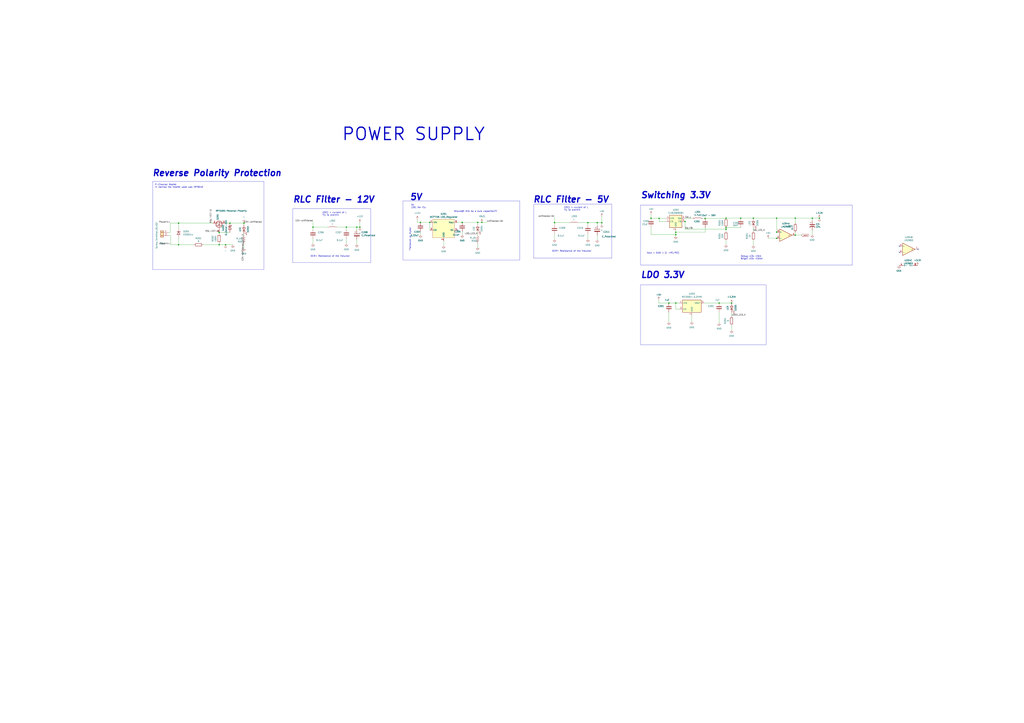
<source format=kicad_sch>
(kicad_sch (version 20230121) (generator eeschema)
  (paper "A1")
  (lib_symbols
    (symbol "Comparator:LM2903" (pin_names (offset 0.127))
      (property "Reference" "U" (at 3.81 3.81 0))
      (property "Value" "LM2903" (at 6.35 -3.81 0))
      (symbol "LM2903_1_1"
        (polyline (pts (xy -5.08 5.08) (xy 5.08 0) (xy -5.08 -5.08) (xy -5.08 5.08)) (stroke (width 0.254)) (fill (type background)))
        (polyline (pts (xy 3.302 -0.508) (xy 2.794 -0.508) (xy 3.302 0) (xy 2.794 0.508) (xy 2.286 0) (xy 2.794 -0.508) (xy 2.286 -0.508)) (stroke (width 0.127)))
        (pin open_collector line (at 7.62 0 180) (length 2.54) (name "~") (number "1"))
        (pin input line (at -7.62 -2.54 0) (length 2.54) (name "-") (number "2"))
        (pin input line (at -7.62 2.54 0) (length 2.54) (name "+") (number "3"))
      )
      (symbol "LM2903_2_1"
        (polyline (pts (xy -5.08 5.08) (xy 5.08 0) (xy -5.08 -5.08) (xy -5.08 5.08)) (stroke (width 0.254)) (fill (type background)))
        (polyline (pts (xy 3.302 -0.508) (xy 2.794 -0.508) (xy 3.302 0) (xy 2.794 0.508) (xy 2.286 0) (xy 2.794 -0.508) (xy 2.286 -0.508)) (stroke (width 0.127)))
        (pin input line (at -7.62 2.54 0) (length 2.54) (name "+") (number "5"))
        (pin input line (at -7.62 -2.54 0) (length 2.54) (name "-") (number "6"))
        (pin open_collector line (at 7.62 0 180) (length 2.54) (name "~") (number "7"))
      )
      (symbol "LM2903_3_1"
        (pin power_in line (at -2.54 -7.62 90) (length 3.81) (name "V-") (number "4"))
        (pin power_in line (at -2.54 7.62 270) (length 3.81) (name "V+") (number "8"))
      )
    )
    (symbol "Connector:Screw_Terminal_01x02" (pin_names (offset 1.016) hide)
      (property "Reference" "J" (at 0 2.54 0))
      (property "Value" "Screw_Terminal_01x02" (at 0 -5.08 0))
      (symbol "Screw_Terminal_01x02_1_1"
        (rectangle (start -1.27 1.27) (end 1.27 -3.81) (stroke (width 0.254)) (fill (type background)))
        (circle (center 0 -2.54) (radius 0.635) (stroke (width 0.1524)))
        (polyline (pts (xy -0.5334 -2.2098) (xy 0.3302 -3.048)) (stroke (width 0.1524)))
        (polyline (pts (xy -0.5334 0.3302) (xy 0.3302 -0.508)) (stroke (width 0.1524)))
        (polyline (pts (xy -0.3556 -2.032) (xy 0.508 -2.8702)) (stroke (width 0.1524)))
        (polyline (pts (xy -0.3556 0.508) (xy 0.508 -0.3302)) (stroke (width 0.1524)))
        (circle (center 0 0) (radius 0.635) (stroke (width 0.1524)))
        (pin passive line (at -5.08 0 0) (length 3.81) (name "Pin_1") (number "1"))
        (pin passive line (at -5.08 -2.54 0) (length 3.81) (name "Pin_2") (number "2"))
      )
    )
    (symbol "Device:C" (pin_numbers hide) (pin_names (offset 0.254))
      (property "Reference" "C" (at 0.635 2.54 0))
      (property "Value" "C" (at 0.635 -2.54 0))
      (symbol "C_0_1"
        (polyline (pts (xy -2.032 -0.762) (xy 2.032 -0.762)) (stroke (width 0.508)))
        (polyline (pts (xy -2.032 0.762) (xy 2.032 0.762)) (stroke (width 0.508)))
      )
      (symbol "C_1_1"
        (pin passive line (at 0 3.81 270) (length 2.794) (name "~") (number "1"))
        (pin passive line (at 0 -3.81 90) (length 2.794) (name "~") (number "2"))
      )
    )
    (symbol "Device:C_Polarized" (pin_numbers hide) (pin_names (offset 0.254))
      (property "Reference" "C" (at 0.635 2.54 0))
      (property "Value" "C_Polarized" (at 0.635 -2.54 0))
      (symbol "C_Polarized_0_1"
        (rectangle (start -2.286 0.508) (end 2.286 1.016))
        (polyline (pts (xy -1.778 2.286) (xy -0.762 2.286)))
        (polyline (pts (xy -1.27 2.794) (xy -1.27 1.778)))
        (rectangle (start 2.286 -0.508) (end -2.286 -1.016) (fill (type outline)))
      )
      (symbol "C_Polarized_1_1"
        (pin passive line (at 0 3.81 270) (length 2.794) (name "~") (number "1"))
        (pin passive line (at 0 -3.81 90) (length 2.794) (name "~") (number "2"))
      )
    )
    (symbol "Device:D_Schottky" (pin_numbers hide) (pin_names (offset 1.016) hide)
      (property "Reference" "D" (at 0 2.54 0))
      (property "Value" "D_Schottky" (at 0 -2.54 0))
      (symbol "D_Schottky_0_1"
        (polyline (pts (xy 1.27 0) (xy -1.27 0)))
        (polyline (pts (xy 1.27 1.27) (xy 1.27 -1.27) (xy -1.27 0) (xy 1.27 1.27)) (stroke (width 0.254)))
        (polyline (pts (xy -1.905 0.635) (xy -1.905 1.27) (xy -1.27 1.27) (xy -1.27 -1.27) (xy -0.635 -1.27) (xy -0.635 -0.635)) (stroke (width 0.254)))
      )
      (symbol "D_Schottky_1_1"
        (pin passive line (at -3.81 0 0) (length 2.54) (name "K") (number "1"))
        (pin passive line (at 3.81 0 180) (length 2.54) (name "A") (number "2"))
      )
    )
    (symbol "Device:L" (pin_numbers hide) (pin_names (offset 1.016) hide)
      (property "Reference" "L" (at -1.27 0 90))
      (property "Value" "L" (at 1.905 0 90))
      (symbol "L_0_1"
        (arc (start 0 -2.54) (mid 0.6323 -1.905) (end 0 -1.27))
        (arc (start 0 -1.27) (mid 0.6323 -0.635) (end 0 0))
        (arc (start 0 0) (mid 0.6323 0.635) (end 0 1.27))
        (arc (start 0 1.27) (mid 0.6323 1.905) (end 0 2.54))
      )
      (symbol "L_1_1"
        (pin passive line (at 0 3.81 270) (length 1.27) (name "1") (number "1"))
        (pin passive line (at 0 -3.81 90) (length 1.27) (name "2") (number "2"))
      )
    )
    (symbol "Device:LED" (pin_numbers hide) (pin_names (offset 1.016) hide)
      (property "Reference" "D" (at 0 2.54 0))
      (property "Value" "LED" (at 0 -2.54 0))
      (symbol "LED_0_1"
        (polyline (pts (xy -1.27 -1.27) (xy -1.27 1.27)) (stroke (width 0.254)))
        (polyline (pts (xy -1.27 0) (xy 1.27 0)))
        (polyline (pts (xy 1.27 -1.27) (xy 1.27 1.27) (xy -1.27 0) (xy 1.27 -1.27)) (stroke (width 0.254)))
        (polyline (pts (xy -3.048 -0.762) (xy -4.572 -2.286) (xy -3.81 -2.286) (xy -4.572 -2.286) (xy -4.572 -1.524)))
        (polyline (pts (xy -1.778 -0.762) (xy -3.302 -2.286) (xy -2.54 -2.286) (xy -3.302 -2.286) (xy -3.302 -1.524)))
      )
      (symbol "LED_1_1"
        (pin passive line (at -3.81 0 0) (length 2.54) (name "K") (number "1"))
        (pin passive line (at 3.81 0 180) (length 2.54) (name "A") (number "2"))
      )
    )
    (symbol "Device:R" (pin_numbers hide) (pin_names (offset 0))
      (property "Reference" "R" (at 2.032 0 90))
      (property "Value" "R" (at 0 0 90))
      (symbol "R_0_1"
        (rectangle (start -1.016 -2.54) (end 1.016 2.54) (stroke (width 0.254)))
      )
      (symbol "R_1_1"
        (pin passive line (at 0 3.81 270) (length 1.27) (name "~") (number "1"))
        (pin passive line (at 0 -3.81 90) (length 1.27) (name "~") (number "2"))
      )
    )
    (symbol "Device:R_US" (pin_numbers hide) (pin_names (offset 0))
      (property "Reference" "R" (at 2.54 0 90))
      (property "Value" "R_US" (at -2.54 0 90))
      (symbol "R_US_0_1"
        (polyline (pts (xy 0 -2.286) (xy 0 -2.54)))
        (polyline (pts (xy 0 2.286) (xy 0 2.54)))
        (polyline (pts (xy 0 -0.762) (xy 1.016 -1.143) (xy 0 -1.524) (xy -1.016 -1.905) (xy 0 -2.286)))
        (polyline (pts (xy 0 0.762) (xy 1.016 0.381) (xy 0 0) (xy -1.016 -0.381) (xy 0 -0.762)))
        (polyline (pts (xy 0 2.286) (xy 1.016 1.905) (xy 0 1.524) (xy -1.016 1.143) (xy 0 0.762)))
      )
      (symbol "R_US_1_1"
        (pin passive line (at 0 3.81 270) (length 1.27) (name "~") (number "1"))
        (pin passive line (at 0 -3.81 90) (length 1.27) (name "~") (number "2"))
      )
    )
    (symbol "Diode:ESD5Zxx" (pin_numbers hide) (pin_names hide)
      (property "Reference" "D" (at 0 2.54 0))
      (property "Value" "ESD5Zxx" (at 0 -2.54 0))
      (symbol "ESD5Zxx_0_1"
        (polyline (pts (xy 1.27 0) (xy -1.27 0)))
        (polyline (pts (xy -1.27 -1.27) (xy -1.27 1.27) (xy -0.762 1.27)) (stroke (width 0.254)))
        (polyline (pts (xy 1.27 -1.27) (xy 1.27 1.27) (xy -1.27 0) (xy 1.27 -1.27)) (stroke (width 0.254)))
      )
      (symbol "ESD5Zxx_1_1"
        (pin passive line (at -3.81 0 0) (length 2.54) (name "K") (number "1"))
        (pin passive line (at 3.81 0 180) (length 2.54) (name "A") (number "2"))
      )
    )
    (symbol "Private Parts:NCP718-LDO_Regulator"
      (property "Reference" "U" (at 0 15.24 0))
      (property "Value" "NCP718-LDO_Regulator" (at 0 12.7 0))
      (symbol "NCP718-LDO_Regulator_0_0"
        (pin power_in line (at -11.43 7.62 0) (length 2.54) (name "Vin") (number "1"))
        (pin passive line (at 0 -7.62 90) (length 2.54) (name "GND") (number "2"))
        (pin input line (at -11.43 1.27 0) (length 2.54) (name "EN") (number "3"))
        (pin unspecified line (at 11.43 1.27 180) (length 2.54) (name "NC") (number "4"))
        (pin power_out line (at 11.43 7.62 180) (length 2.54) (name "Vout") (number "5"))
      )
      (symbol "NCP718-LDO_Regulator_0_1"
        (rectangle (start -8.89 10.16) (end 8.89 -5.08) (fill (type background)))
      )
    )
    (symbol "Regulator_Linear:MIC5504-3.3YM5"
      (property "Reference" "U" (at -7.62 8.89 0))
      (property "Value" "MIC5504-3.3YM5" (at -7.62 6.35 0))
      (symbol "MIC5504-3.3YM5_0_1"
        (rectangle (start -7.62 -5.08) (end 7.62 5.08) (stroke (width 0.254)) (fill (type background)))
      )
      (symbol "MIC5504-3.3YM5_1_1"
        (pin power_in line (at -10.16 2.54 0) (length 2.54) (name "VIN") (number "1"))
        (pin power_in line (at 0 -7.62 90) (length 2.54) (name "GND") (number "2"))
        (pin input line (at -10.16 -2.54 0) (length 2.54) (name "EN") (number "3"))
        (pin no_connect line (at 7.62 -2.54 180) (length 2.54) hide (name "NC") (number "4"))
        (pin power_out line (at 10.16 2.54 180) (length 2.54) (name "VOUT") (number "5"))
      )
    )
    (symbol "Regulator_Switching:TLV62569DBV"
      (property "Reference" "U" (at -5.08 6.35 0))
      (property "Value" "TLV62569DBV" (at 0 6.35 0))
      (symbol "TLV62569DBV_0_1"
        (rectangle (start -5.08 5.08) (end 5.08 -5.08) (stroke (width 0.254)) (fill (type background)))
      )
      (symbol "TLV62569DBV_1_1"
        (pin input line (at -7.62 0 0) (length 2.54) (name "EN") (number "1"))
        (pin power_in line (at 0 -7.62 90) (length 2.54) (name "GND") (number "2"))
        (pin power_out line (at 7.62 2.54 180) (length 2.54) (name "SW") (number "3"))
        (pin power_in line (at -7.62 2.54 0) (length 2.54) (name "VIN") (number "4"))
        (pin input line (at 7.62 0 180) (length 2.54) (name "FB") (number "5"))
      )
    )
    (symbol "ariadne-rescue:IRF5305-Reverse-Polarity-ariadne" (pin_names hide)
      (property "Reference" "Q" (at 3.81 1.905 0))
      (property "Value" "IRF5305-Reverse-Polarity-ariadne" (at 3.81 0 0))
      (symbol "IRF5305-Reverse-Polarity-ariadne_0_1"
        (polyline (pts (xy -1.016 0) (xy -3.81 0)))
        (polyline (pts (xy -1.016 1.905) (xy -1.016 -1.905)) (stroke (width 0.254)))
        (polyline (pts (xy -0.508 -1.27) (xy -0.508 -2.286)) (stroke (width 0.254)))
        (polyline (pts (xy -0.508 0.508) (xy -0.508 -0.508)) (stroke (width 0.254)))
        (polyline (pts (xy -0.508 2.286) (xy -0.508 1.27)) (stroke (width 0.254)))
        (polyline (pts (xy 1.27 2.54) (xy 1.27 1.778)))
        (polyline (pts (xy 1.27 -2.54) (xy 1.27 0) (xy -0.508 0)))
        (polyline (pts (xy -0.508 1.778) (xy 2.032 1.778) (xy 2.032 -1.778) (xy -0.508 -1.778)))
        (polyline (pts (xy 1.016 0) (xy 0 0.381) (xy 0 -0.381) (xy 1.016 0)) (fill (type outline)))
        (polyline (pts (xy 1.524 -0.508) (xy 1.651 -0.381) (xy 2.413 -0.381) (xy 2.54 -0.254)))
        (polyline (pts (xy 2.032 -0.381) (xy 1.651 0.254) (xy 2.413 0.254) (xy 2.032 -0.381)))
        (circle (center 0.381 0) (radius 2.794) (stroke (width 0.254)))
        (circle (center 1.27 -1.778) (radius 0.254) (fill (type outline)))
        (circle (center 1.27 1.778) (radius 0.254) (fill (type outline)))
      )
      (symbol "IRF5305-Reverse-Polarity-ariadne_1_1"
        (pin passive line (at -6.35 0 0) (length 2.54) (name "G") (number "1"))
        (pin output line (at 1.27 5.08 270) (length 2.54) (name "D") (number "2"))
        (pin input line (at 1.27 -5.08 90) (length 2.54) (name "S") (number "3"))
      )
    )
    (symbol "menelaos-v2-rescue:CP1-Device" (pin_numbers hide) (pin_names (offset 0.254) hide)
      (property "Reference" "C" (at 0.635 2.54 0))
      (property "Value" "Device_CP1" (at 0.635 -2.54 0))
      (symbol "CP1-Device_0_1"
        (polyline (pts (xy -2.032 0.762) (xy 2.032 0.762)) (stroke (width 0.508)))
        (polyline (pts (xy -1.778 2.286) (xy -0.762 2.286)))
        (polyline (pts (xy -1.27 1.778) (xy -1.27 2.794)))
        (arc (start 2.032 -1.27) (mid 0 -0.5572) (end -2.032 -1.27) (stroke (width 0.508)))
      )
      (symbol "CP1-Device_1_1"
        (pin passive line (at 0 3.81 270) (length 2.794) (name "~") (number "1"))
        (pin passive line (at 0 -3.81 90) (length 3.302) (name "~") (number "2"))
      )
    )
    (symbol "power:+12V" (power) (pin_names (offset 0))
      (property "Value" "+12V" (at 0 3.556 0))
      (symbol "+12V_0_1"
        (polyline (pts (xy -0.762 1.27) (xy 0 2.54)))
        (polyline (pts (xy 0 0) (xy 0 2.54)))
        (polyline (pts (xy 0 2.54) (xy 0.762 1.27)))
      )
      (symbol "+12V_1_1"
        (pin power_in line (at 0 0 90) (length 0) hide (name "+12V") (number "1"))
      )
    )
    (symbol "power:+3.3V" (power) (pin_names (offset 0))
      (property "Value" "+3.3V" (at 0 3.556 0))
      (symbol "+3.3V_0_1"
        (polyline (pts (xy -0.762 1.27) (xy 0 2.54)))
        (polyline (pts (xy 0 0) (xy 0 2.54)))
        (polyline (pts (xy 0 2.54) (xy 0.762 1.27)))
      )
      (symbol "+3.3V_1_1"
        (pin power_in line (at 0 0 90) (length 0) hide (name "+3.3V") (number "1"))
      )
    )
    (symbol "power:+3.3VA" (power) (pin_names (offset 0))
      (property "Value" "+3.3VA" (at 0 3.556 0))
      (symbol "+3.3VA_0_1"
        (polyline (pts (xy -0.762 1.27) (xy 0 2.54)))
        (polyline (pts (xy 0 0) (xy 0 2.54)))
        (polyline (pts (xy 0 2.54) (xy 0.762 1.27)))
      )
      (symbol "+3.3VA_1_1"
        (pin power_in line (at 0 0 90) (length 0) hide (name "+3.3VA") (number "1"))
      )
    )
    (symbol "power:+5V" (power) (pin_names (offset 0))
      (property "Value" "+5V" (at 0 3.556 0))
      (symbol "+5V_0_1"
        (polyline (pts (xy -0.762 1.27) (xy 0 2.54)))
        (polyline (pts (xy 0 0) (xy 0 2.54)))
        (polyline (pts (xy 0 2.54) (xy 0.762 1.27)))
      )
      (symbol "+5V_1_1"
        (pin power_in line (at 0 0 90) (length 0) hide (name "+5V") (number "1"))
      )
    )
    (symbol "power:GND" (power) (pin_names (offset 0))
      (property "Value" "GND" (at 0 -3.81 0))
      (symbol "GND_0_1"
        (polyline (pts (xy 0 0) (xy 0 -1.27) (xy 1.27 -1.27) (xy 0 -2.54) (xy -1.27 -1.27) (xy 0 -1.27)))
      )
      (symbol "GND_1_1"
        (pin power_in line (at 0 0 270) (length 0) hide (name "GND") (number "1"))
      )
    )
    (symbol "power:PWR_FLAG" (power) (pin_numbers hide) (pin_names (offset 0) hide)
      (property "Value" "PWR_FLAG" (at 0 3.81 0))
      (symbol "PWR_FLAG_0_0"
        (pin power_out line (at 0 0 90) (length 0) (name "pwr") (number "1"))
      )
      (symbol "PWR_FLAG_0_1"
        (polyline (pts (xy 0 0) (xy 0 1.27) (xy -1.016 1.905) (xy 0 2.54) (xy 1.016 1.905) (xy 0 1.27)))
      )
    )
    (symbol "power:VBUS" (power) (pin_names (offset 0))
      (property "Value" "VBUS" (at 0 3.81 0))
      (symbol "VBUS_0_1"
        (polyline (pts (xy -0.762 1.27) (xy 0 2.54)))
        (polyline (pts (xy 0 0) (xy 0 2.54)))
        (polyline (pts (xy 0 2.54) (xy 0.762 1.27)))
      )
      (symbol "VBUS_1_1"
        (pin power_in line (at 0 0 90) (length 0) hide (name "VBUS") (number "1"))
      )
    )
  )
  (junction (at 637.794 179.324))
  (junction (at 455.422 183.007))
  (junction (at 596.265 186.944))
  (junction (at 554.99 190.9115))
  (junction (at 637.794 190.754))
  (junction (at 146.6357 183.388))
  (junction (at 541.2992 179.451))
  (junction (at 200.3495 183.388))
  (junction (at 653.161 179.324))
  (junction (at 672.973 179.324))
  (junction (at 284.48 186.69))
  (junction (at 482.854 183.007))
  (junction (at 608.33 179.324))
  (junction (at 637.794 195.834))
  (junction (at 395.7955 182.753))
  (junction (at 293.0604 186.69))
  (junction (at 596.265 179.324))
  (junction (at 295.6004 186.69))
  (junction (at 257.048 186.69))
  (junction (at 653.161 193.294))
  (junction (at 579.12 179.451))
  (junction (at 534.67 179.324))
  (junction (at 549.3564 249.047))
  (junction (at 352.933 182.753))
  (junction (at 179.9653 201.168))
  (junction (at 596.265 188.4279))
  (junction (at 179.9653 191.008))
  (junction (at 555.0767 249.047))
  (junction (at 554.99 192.8939))
  (junction (at 185.2218 201.168))
  (junction (at 379.603 182.753))
  (junction (at 600.837 249.047))
  (junction (at 345.313 182.753))
  (junction (at 146.6434 201.168))
  (junction (at 188.8553 183.388))
  (junction (at 618.744 179.324))
  (junction (at 667.131 179.324))
  (junction (at 494.284 183.038))
  (junction (at 590.55 249.047))
  (junction (at 562.61 181.991))
  (junction (at 490.474 183.007))
  (junction (at 392.303 182.753))
  (no_connect (at 738.759 202.311))
  (no_connect (at 738.759 207.391))
  (no_connect (at 375.793 189.103))
  (no_connect (at 753.999 204.851))
  (wire (pts (xy 295.6004 182.88) (xy 295.6004 186.69)))
  (wire (pts (xy 618.744 179.451) (xy 618.744 179.324)))
  (wire (pts (xy 637.794 190.754) (xy 637.921 190.754)))
  (wire (pts (xy 576.834 179.451) (xy 579.12 179.451)))
  (wire (pts (xy 138.1195 191.008) (xy 139.8041 191.008)))
  (wire (pts (xy 653.034 193.294) (xy 653.161 193.294)))
  (wire (pts (xy 562.61 179.451) (xy 569.214 179.451)))
  (polyline (pts (xy 502.412 212.217) (xy 438.404 212.217)))
  (wire (pts (xy 653.161 190.881) (xy 653.161 193.294)))
  (wire (pts (xy 554.99 190.9115) (xy 554.99 192.8939)))
  (wire (pts (xy 618.744 179.324) (xy 608.33 179.324)))
  (wire (pts (xy 179.9653 192.278) (xy 179.9653 191.008)))
  (wire (pts (xy 596.265 188.4279) (xy 596.265 190.119)))
  (wire (pts (xy 284.48 186.69) (xy 284.48 188.468)))
  (wire (pts (xy 596.265 179.324) (xy 608.33 179.324)))
  (wire (pts (xy 179.9653 199.898) (xy 179.9653 201.168)))
  (wire (pts (xy 600.837 271.272) (xy 600.837 267.462)))
  (wire (pts (xy 139.8041 183.388) (xy 139.8041 191.008)))
  (wire (pts (xy 490.474 183.007) (xy 494.253 183.007)))
  (polyline (pts (xy 125.3553 149.098) (xy 125.3553 221.488)))
  (wire (pts (xy 188.8553 191.008) (xy 179.9653 191.008)))
  (wire (pts (xy 482.854 192.405) (xy 482.854 196.469)))
  (wire (pts (xy 395.7955 182.753) (xy 399.923 182.753)))
  (wire (pts (xy 541.2992 181.991) (xy 541.2992 179.451)))
  (wire (pts (xy 579.12 187.071) (xy 579.12 190.9115)))
  (wire (pts (xy 379.603 182.753) (xy 392.303 182.753)))
  (wire (pts (xy 630.809 195.834) (xy 637.794 195.834)))
  (wire (pts (xy 146.6357 201.1603) (xy 146.6434 201.168)))
  (polyline (pts (xy 438.404 212.217) (xy 438.404 167.767)))
  (wire (pts (xy 284.48 196.088) (xy 284.48 200.152)))
  (wire (pts (xy 534.67 186.944) (xy 534.67 192.8939)))
  (wire (pts (xy 562.61 188.4279) (xy 596.265 188.4279)))
  (wire (pts (xy 579.12 179.451) (xy 596.265 179.451)))
  (wire (pts (xy 188.8553 183.388) (xy 200.3495 183.388)))
  (wire (pts (xy 455.422 192.405) (xy 455.422 196.5591)))
  (wire (pts (xy 200.3495 183.388) (xy 200.3495 184.658)))
  (wire (pts (xy 600.837 249.174) (xy 600.837 249.047)))
  (wire (pts (xy 618.744 190.119) (xy 618.744 187.071)))
  (wire (pts (xy 490.474 183.007) (xy 490.474 185.547)))
  (wire (pts (xy 534.67 176.149) (xy 534.67 179.324)))
  (wire (pts (xy 541.02 246.507) (xy 541.02 249.047)))
  (wire (pts (xy 554.99 192.8939) (xy 554.99 193.929)))
  (wire (pts (xy 618.744 201.549) (xy 618.744 197.739)))
  (wire (pts (xy 482.854 183.007) (xy 490.474 183.007)))
  (wire (pts (xy 547.37 181.991) (xy 541.2992 181.991)))
  (wire (pts (xy 185.2218 201.168) (xy 191.2473 201.168)))
  (wire (pts (xy 345.313 190.373) (xy 345.313 192.913)))
  (wire (pts (xy 146.6357 195.326) (xy 146.6357 201.1603)))
  (wire (pts (xy 490.474 193.167) (xy 490.474 196.977)))
  (wire (pts (xy 637.794 179.324) (xy 637.794 190.754)))
  (wire (pts (xy 257.048 182.372) (xy 257.048 186.69)))
  (wire (pts (xy 375.793 182.753) (xy 379.603 182.753)))
  (wire (pts (xy 555.0767 249.047) (xy 558.038 249.047)))
  (wire (pts (xy 482.854 183.007) (xy 482.854 184.785)))
  (wire (pts (xy 146.6357 183.388) (xy 174.8853 183.388)))
  (wire (pts (xy 200.3495 192.278) (xy 200.3495 193.548)))
  (wire (pts (xy 392.303 182.753) (xy 392.303 184.023)))
  (wire (pts (xy 596.265 179.451) (xy 596.265 179.324)))
  (wire (pts (xy 667.131 189.23) (xy 667.131 192.786)))
  (wire (pts (xy 568.198 259.207) (xy 568.198 264.287)))
  (wire (pts (xy 392.303 191.643) (xy 392.303 192.913)))
  (wire (pts (xy 667.131 179.324) (xy 672.973 179.324)))
  (wire (pts (xy 146.6357 187.706) (xy 146.6357 183.388)))
  (wire (pts (xy 494.253 183.007) (xy 494.284 183.038)))
  (wire (pts (xy 653.161 179.324) (xy 667.131 179.324)))
  (polyline (pts (xy 304.4904 215.9) (xy 240.4824 215.9)))
  (wire (pts (xy 179.9653 201.168) (xy 185.2218 201.168)))
  (wire (pts (xy 534.67 192.8939) (xy 554.99 192.8939)))
  (polyline (pts (xy 125.3553 221.488) (xy 216.7953 221.488)))
  (wire (pts (xy 534.67 179.451) (xy 534.67 179.324)))
  (wire (pts (xy 140.0873 201.168) (xy 146.6434 201.168)))
  (wire (pts (xy 547.37 179.451) (xy 541.2992 179.451)))
  (wire (pts (xy 541.2992 179.451) (xy 534.67 179.451)))
  (wire (pts (xy 345.313 182.753) (xy 352.933 182.753)))
  (wire (pts (xy 596.265 197.739) (xy 596.265 200.914)))
  (wire (pts (xy 578.358 249.047) (xy 590.55 249.047)))
  (wire (pts (xy 269.24 186.69) (xy 257.048 186.69)))
  (wire (pts (xy 596.265 186.944) (xy 608.33 186.944)))
  (wire (pts (xy 579.12 190.9115) (xy 554.99 190.9115)))
  (wire (pts (xy 392.303 200.533) (xy 392.303 203.073)))
  (wire (pts (xy 364.363 197.993) (xy 364.363 201.803)))
  (wire (pts (xy 293.0604 196.85) (xy 293.0604 200.66)))
  (wire (pts (xy 653.161 193.294) (xy 658.114 193.294)))
  (wire (pts (xy 549.3564 264.541) (xy 549.402 264.541)))
  (wire (pts (xy 200.3495 201.168) (xy 200.3495 203.708)))
  (wire (pts (xy 590.55 249.047) (xy 600.837 249.047)))
  (wire (pts (xy 555.0767 254.127) (xy 555.0767 249.047)))
  (wire (pts (xy 653.161 179.324) (xy 653.161 183.261)))
  (wire (pts (xy 562.61 181.864) (xy 562.61 181.991)))
  (wire (pts (xy 379.603 190.373) (xy 379.603 192.913)))
  (wire (pts (xy 590.55 256.667) (xy 590.55 265.303)))
  (polyline (pts (xy 240.4824 215.9) (xy 240.4824 171.45)))
  (wire (pts (xy 392.303 182.753) (xy 395.7955 182.753)))
  (polyline (pts (xy 438.658 167.767) (xy 502.412 167.767)))
  (wire (pts (xy 293.0604 186.69) (xy 293.0604 189.23)))
  (wire (pts (xy 293.0604 186.69) (xy 295.6004 186.69)))
  (wire (pts (xy 276.86 186.69) (xy 284.48 186.69)))
  (wire (pts (xy 146.6434 201.168) (xy 159.2393 201.168)))
  (wire (pts (xy 558.038 254.127) (xy 555.0767 254.127)))
  (wire (pts (xy 618.744 179.324) (xy 637.794 179.324)))
  (wire (pts (xy 554.99 189.611) (xy 554.99 190.9115)))
  (wire (pts (xy 352.933 182.753) (xy 352.933 189.103)))
  (wire (pts (xy 596.265 186.944) (xy 596.265 188.4279)))
  (wire (pts (xy 549.3564 249.047) (xy 555.0767 249.047)))
  (wire (pts (xy 541.02 249.047) (xy 549.3564 249.047)))
  (wire (pts (xy 257.048 196.088) (xy 257.048 200.2421)))
  (wire (pts (xy 342.773 182.753) (xy 345.313 182.753)))
  (wire (pts (xy 637.794 195.834) (xy 637.921 195.834)))
  (wire (pts (xy 600.837 259.842) (xy 600.837 256.794)))
  (wire (pts (xy 562.61 181.991) (xy 562.61 188.4279)))
  (wire (pts (xy 467.614 183.007) (xy 455.422 183.007)))
  (wire (pts (xy 284.48 186.69) (xy 293.0604 186.69)))
  (wire (pts (xy 637.794 179.324) (xy 653.161 179.324)))
  (wire (pts (xy 667.131 179.324) (xy 667.131 181.61)))
  (wire (pts (xy 140.0873 193.548) (xy 140.0873 201.168)))
  (wire (pts (xy 257.048 186.69) (xy 257.048 188.468)))
  (wire (pts (xy 342.773 180.213) (xy 342.773 182.753)))
  (wire (pts (xy 455.422 178.689) (xy 455.422 183.007)))
  (wire (pts (xy 185.0453 183.388) (xy 188.8553 183.388)))
  (polyline (pts (xy 216.7953 221.488) (xy 216.7953 149.098)))
  (polyline (pts (xy 502.412 167.767) (xy 502.412 212.217)))
  (polyline (pts (xy 216.7953 149.098) (xy 125.3553 149.098)))
  (wire (pts (xy 494.284 177.927) (xy 494.284 183.038)))
  (wire (pts (xy 166.8593 201.168) (xy 179.9653 201.168)))
  (wire (pts (xy 138.1195 193.548) (xy 140.0873 193.548)))
  (polyline (pts (xy 304.4904 171.45) (xy 304.4904 215.9)))
  (wire (pts (xy 455.422 183.007) (xy 455.422 184.785)))
  (wire (pts (xy 139.8041 183.388) (xy 146.6357 183.388)))
  (wire (pts (xy 494.284 183.038) (xy 494.284 184.277)))
  (wire (pts (xy 475.234 183.007) (xy 482.854 183.007)))
  (polyline (pts (xy 240.7364 171.45) (xy 304.4904 171.45)))
  (wire (pts (xy 549.3564 256.667) (xy 549.3564 264.541)))
  (rectangle (start 330.962 165.1) (end 426.847 213.741))
  (rectangle (start 526.034 234.061) (end 629.158 283.337))
  (rectangle (start 526.034 168.529) (end 700.024 217.805))
  (text "DCR= Resistance of the inductor" (at 453.39 207.137 0) (effects (font (size 1.27 1.27)) (justify left bottom)))
  (text "RLC Filter - 5V" (at 437.642 167.005 0) (effects (font (size 5.08 5.08) (thickness 1.016) bold italic) (justify left bottom)))
  (text "I(DC) = current of L\nTry to overkill" (at 264.668 177.546 0) (effects (font (size 1.27 1.27)) (justify left bottom)))
  (text "POWER SUPPLY" (at 280.416 116.205 0) (effects (font (size 10.16 10.16) (thickness 1.016) bold) (justify left bottom)))
  (text "LDO 3.3V" (at 526.034 228.981 0) (effects (font (size 5.08 5.08) (thickness 1.016) bold italic) (justify left bottom)))
  (text "Debug LED: ~2mA\nBright LED: ~10mA" (at 608.33 213.487 0) (effects (font (size 1.27 1.27)) (justify left bottom)))
  (text "Reverse Polarity Protection" (at 124.968 145.288 0) (effects (font (size 5.08 5.08) (thickness 1.016) bold italic) (justify left bottom)))
  (text "Should#t this be a bulk capacitor??\n" (at 372.745 174.498 0) (effects (font (size 1.27 1.27)) (justify left bottom)))
  (text "P-Channel Mosfet\nIn narcise the mosfet used was IRF9540" (at 127.1333 154.6165 0) (effects (font (size 1.27 1.27)) (justify left bottom)))
  (text "RLC Filter - 12V" (at 240.3554 167.005 0) (effects (font (size 5.08 5.08) (thickness 1.016) bold italic) (justify left bottom)))
  (text "5V" (at 336.423 164.973 0) (effects (font (size 5.08 5.08) (thickness 1.016) bold italic) (justify left bottom)))
  (text "DCR= Resistance of the inductor" (at 255.016 211.328 0) (effects (font (size 1.27 1.27)) (justify left bottom)))
  (text "*Tantalum or mydar" (at 337.566 186.817 90) (effects (font (size 1.27 1.27)) (justify right bottom)))
  (text "5V\nLDO, for ICs" (at 337.693 171.323 0) (effects (font (size 1.27 1.27)) (justify left bottom)))
  (text "Switching 3.3V" (at 526.034 163.449 0) (effects (font (size 5.08 5.08) (thickness 1.016) bold italic) (justify left bottom)))
  (text "Vout = 0.6V x (1 +R1/R2)" (at 531.114 208.661 0) (effects (font (size 1.27 1.27)) (justify left bottom)))
  (text "I(DC) = current of L\nTry to overkill" (at 463.042 173.355 0) (effects (font (size 1.27 1.27)) (justify left bottom)))
  (label "LDO2_LED_K" (at 600.837 259.7542 0))
  (label "SW_FB" (at 562.61 188.4279 0))
  (label "PowerIn+" (at 139.8041 183.388 180))
  (label "PowerIn-" (at 140.0873 201.168 180))
  (label "LDO_LED_K" (at 392.303 192.913 180))
  (label "Unfiltered-5V" (at 399.923 182.753 0))
  (label "Unfiltered-5V" (at 455.422 178.689 180))
  (label "12V-Unfiltered" (at 200.3495 183.388 0))
  (label "SW_L" (at 562.7127 179.451 0))
  (label "POL-FET-G" (at 179.9653 191.008 180))
  (label "SW_LED_K" (at 618.744 190.119 0))
  (label "12V-Unfiltered" (at 257.048 182.372 180))
  (label "12V-Unfiltered__LED_K" (at 200.3495 192.278 270))
  (label "POL-FET-D" (at 174.1909 183.388 90))
  (global_label "_save" (shape input) (at 658.114 193.294 0) (effects (font (size 0.9906 0.9906))) (property "Intersheetrefs" "${INTERSHEET_REFS}" (effects hide)))
  (symbol (lib_id "Device:C") (at 549.3564 252.857 0) (unit 1)
    (property "Reference" "C201" (at 540.2124 251.587 0) (effects (justify left)))
    (property "Value" "1uF" (at 546.1814 246.507 0) (effects (justify left)))
    (property "Footprint" "Capacitor_SMD:C_1206_3216Metric_Pad1.33x1.80mm_HandSolder" (effects hide))
    (property "Digi-Key_PN" "1276-1079-1-ND" (effects hide))
    (property "Manufacturer_PN" "CL31A106KQHNNNE" (effects hide))
    (instances (project "menelaos-rev3" (path "" (reference "C201") (unit 1)) (path "" (reference "C210") (unit 1))) (project "JL" (path "" (reference "C201") (unit 1))))
  )
  (symbol (lib_id "power:+3.3V") (at 753.618 218.186 0) (unit 1)
    (property "Reference" "#PWR0231" (effects hide))
    (property "Value" "+3.3V" (at 753.618 213.868 0))
  )
  (symbol (lib_id "power:+12V") (at 342.773 180.213 0) (unit 1)
    (property "Reference" "#PWR0207" (effects hide))
    (property "Value" "+12V" (at 342.773 175.133 0))
  )
  (symbol (lib_id "Device:C") (at 608.33 183.134 0) (unit 1)
    (property "Reference" "C201" (at 601.98 183.261 0) (effects (justify left)))
    (property "Value" "DNP" (at 601.98 185.293 0) (effects (justify left)))
    (property "Footprint" "Capacitor_SMD:C_1206_3216Metric_Pad1.33x1.80mm_HandSolder" (effects hide))
    (property "Digi-Key_PN" "1276-1079-1-ND" (effects hide))
    (property "Manufacturer_PN" "CL31A106KQHNNNE" (effects hide))
    (instances (project "menelaos-rev3" (path "" (reference "C201") (unit 1)) (path "" (reference "C213") (unit 1))) (project "JL" (path "" (reference "C201") (unit 1))))
  )
  (symbol (lib_id "power:GND") (at 200.3495 203.708 0) (unit 1)
    (property "Reference" "#PWR0202" (effects hide))
    (property "Value" "GND" (at 200.3495 208.4832 0))
    (instances (project "menelaos-rev3" (path "" (reference "#PWR0202") (unit 1))) (project "JL" (path "" (reference "#PWR0212") (unit 1))))
  )
  (symbol (lib_id "power:+12V") (at 295.6004 182.88 0) (unit 1)
    (property "Reference" "#PWR0201" (effects hide))
    (property "Value" "+12V" (at 295.6004 177.8 0))
    (instances (project "menelaos-rev3" (path "" (reference "#PWR0201") (unit 1)) (path "" (reference "#PWR0206") (unit 1))) (project "JL" (path "" (reference "#PWR0201") (unit 1))))
  )
  (symbol (lib_id "power:PWR_FLAG") (at 185.2218 201.168 180) (unit 1)
    (property "Reference" "#FLG0202" (effects hide))
    (property "Value" "~" (at 185.2218 206.1258 0))
    (instances (project "menelaos-rev3" (path "" (reference "#FLG0202") (unit 1)) (path "" (reference "#FLG0201") (unit 1))) (project "JL" (path "" (reference "#FLG0202") (unit 1))))
  )
  (symbol (lib_id "power:GND") (at 590.55 265.303 0) (unit 1)
    (property "Reference" "#PWR0204" (effects hide))
    (property "Value" "GND" (at 590.55 270.0782 0))
    (instances (project "menelaos-rev3" (path "" (reference "#PWR0204") (unit 1)) (path "" (reference "#PWR0222") (unit 1))) (project "JL" (path "" (reference "#PWR0204") (unit 1))))
  )
  (symbol (lib_id "power:+5V") (at 541.02 246.507 0) (unit 1)
    (property "Reference" "#PWR0218" (effects hide))
    (property "Value" "+5V" (at 541.02 242.189 0))
  )
  (symbol (lib_id "Device:R_US") (at 200.3495 197.358 180) (unit 1)
    (property "Reference" "R203" (at 195.2695 198.628 0) (effects (justify right)))
    (property "Value" "R_US" (at 193.9995 196.088 0) (effects (justify right)))
    (property "Footprint" "Resistor_SMD:R_1206_3216Metric" (effects hide))
    (property "Digi-Key_PN" "RMCF1206JT2K20TR-ND" (effects hide))
    (instances (project "menelaos-rev3" (path "" (reference "R203") (unit 1))) (project "JL" (path "" (reference "R204") (unit 1))))
  )
  (symbol (lib_id "power:VBUS") (at 395.7955 182.753 0) (unit 1)
    (property "Reference" "#PWR0314" (effects hide))
    (property "Value" "VBUS" (at 395.7955 177.7746 0))
    (instances (project "menelaos-rev3" (path "" (reference "#PWR0314") (unit 1)) (path "" (reference "#PWR0212") (unit 1))) (project "OpenCelluloid" (path "" (reference "#PWR0308") (unit 1))))
  )
  (symbol (lib_id "power:PWR_FLAG") (at 200.3495 183.388 0) (unit 1)
    (property "Reference" "#FLG0201" (effects hide))
    (property "Value" "~" (at 200.3495 178.4302 0))
    (instances (project "menelaos-rev3" (path "" (reference "#FLG0201") (unit 1)) (path "" (reference "#FLG0202") (unit 1))) (project "JL" (path "" (reference "#FLG0201") (unit 1))))
  )
  (symbol (lib_id "Device:C") (at 345.313 186.563 0) (unit 1)
    (property "Reference" "C204" (at 340.106 190.5 0) (effects (justify left)))
    (property "Value" "0.33uF" (at 337.185 193.421 0) (effects (justify left)))
    (property "Footprint" "Capacitor_SMD:C_1206_3216Metric_Pad1.33x1.80mm_HandSolder" (effects hide))
    (property "Digi-Key_PN" "338-2775-2-ND" (effects hide))
    (instances (project "menelaos-rev3" (path "" (reference "C204") (unit 1))) (project "JL" (path "" (reference "C202") (unit 1))))
  )
  (symbol (lib_id "power:GND") (at 257.048 200.2421 0) (unit 1)
    (property "Reference" "#PWR0219" (effects hide))
    (property "Value" "GND" (at 257.048 205.0173 0))
    (instances (project "menelaos-rev3" (path "" (reference "#PWR0219") (unit 1)) (path "" (reference "#PWR0203") (unit 1))) (project "JL" (path "" (reference "#PWR0219") (unit 1))))
  )
  (symbol (lib_id "menelaos-v2-rescue:CP1-Device") (at 667.131 185.42 0) (unit 1)
    (property "Reference" "C2" (at 670.052 184.2516 0) (effects (justify left)))
    (property "Value" "CP1" (at 670.052 186.563 0) (effects (justify left)))
    (property "Footprint" "privateParts:CP_Radial_D22.0mm_P5.00mm_SnapIn" (effects hide))
    (instances (project "menelaos-rev3" (path "" (reference "C2") (unit 1)) (path "" (reference "C214") (unit 1))) (project "menelaos-v2" (path "" (reference "C2") (unit 1))))
  )
  (symbol (lib_id "power:GND") (at 568.198 264.287 0) (unit 1)
    (property "Reference" "#PWR0204" (effects hide))
    (property "Value" "GND" (at 568.198 269.0622 0))
    (instances (project "menelaos-rev3" (path "" (reference "#PWR0204") (unit 1)) (path "" (reference "#PWR0221") (unit 1))) (project "JL" (path "" (reference "#PWR0204") (unit 1))))
  )
  (symbol (lib_id "Device:C") (at 257.048 192.278 0) (unit 1)
    (property "Reference" "C206" (at 260.858 191.0079 0) (effects (justify left)))
    (property "Value" "0.1uF" (at 259.588 197.358 0) (effects (justify left)))
    (property "Footprint" "Capacitor_SMD:C_1206_3216Metric_Pad1.33x1.80mm_HandSolder" (effects hide))
    (property "Digi-Key_PN" "1276-1017-1-ND" (effects hide))
    (property "Manufacturer_PN" "CL31B104KBCNNNC" (effects hide))
    (instances (project "menelaos-rev3" (path "" (reference "C206") (unit 1)) (path "" (reference "C201") (unit 1))) (project "JL" (path "" (reference "C206") (unit 1))))
  )
  (symbol (lib_id "Device:LED") (at 618.744 183.261 90) (unit 1)
    (property "Reference" "D205" (at 622.046 183.261 0))
    (property "Value" "LED" (at 615.569 183.4388 0))
    (property "Footprint" "LED_SMD:LED_1206_3216Metric_Pad1.42x1.75mm_HandSolder" (effects hide))
    (property "Manufacturer_PN" "LTST-C150KSKT" (effects hide))
    (property "Digi-Key_PN" "160-1406-1-ND" (effects hide))
    (instances (project "menelaos-rev3" (path "" (reference "D205") (unit 1)) (path "" (reference "D206") (unit 1))) (project "JL" (path "" (reference "D205") (unit 1))))
  )
  (symbol (lib_id "Device:C") (at 579.12 183.261 0) (unit 1)
    (property "Reference" "C201" (at 569.976 181.991 0) (effects (justify left)))
    (property "Value" "15uF - 50V" (at 575.945 176.911 0) (effects (justify left)))
    (property "Footprint" "Capacitor_SMD:C_1206_3216Metric_Pad1.33x1.80mm_HandSolder" (effects hide))
    (property "Digi-Key_PN" "1276-1079-1-ND" (effects hide))
    (property "Manufacturer_PN" "CL31A106KQHNNNE" (effects hide))
    (instances (project "menelaos-rev3" (path "" (reference "C201") (unit 1)) (path "" (reference "C211") (unit 1))) (project "JL" (path "" (reference "C201") (unit 1))))
  )
  (symbol (lib_id "power:PWR_FLAG") (at 494.284 184.277 180) (unit 1)
    (property "Reference" "#FLG0210" (effects hide))
    (property "Value" "~" (at 494.284 189.2348 0))
    (instances (project "menelaos-rev3" (path "" (reference "#FLG0210") (unit 1)) (path "" (reference "#FLG0204") (unit 1))) (project "JL" (path "" (reference "#FLG0210") (unit 1))))
  )
  (symbol (lib_id "Comparator:LM2903") (at 745.998 220.726 270) (unit 3)
    (property "Reference" "U204" (at 745.998 213.995 90))
    (property "Value" "LM2903" (at 745.998 216.535 90))
    (property "Footprint" "Package_SO:SOIC-8_3.9x4.9mm_P1.27mm" (effects hide))
    (property "Datasheet" "http://www.ti.com/lit/ds/symlink/lm393.pdf" (effects hide))
    (property "Digi-Key_PN" "296-1012-1-ND" (effects hide))
  )
  (symbol (lib_id "power:PWR_FLAG") (at 672.973 179.324 180) (unit 1)
    (property "Reference" "#FLG0210" (effects hide))
    (property "Value" "~" (at 672.973 184.2818 0))
    (instances (project "menelaos-rev3" (path "" (reference "#FLG0210") (unit 1)) (path "" (reference "#FLG0205") (unit 1))) (project "JL" (path "" (reference "#FLG0210") (unit 1))))
  )
  (symbol (lib_id "Device:R") (at 600.837 263.652 0) (unit 1)
    (property "Reference" "R201" (at 595.5792 263.652 90))
    (property "Value" "0" (at 597.8906 263.652 90))
    (property "Footprint" "Resistor_SMD:R_1206_3216Metric" (effects hide))
    (property "Digi-Key_PN" "RMCF1206ZT0R00CT-ND" (effects hide))
    (property "Manufacturer_PN" "RMCF1206ZT0R00" (effects hide))
    (instances (project "menelaos-rev3" (path "" (reference "R201") (unit 1)) (path "" (reference "R207") (unit 1))) (project "JL" (path "" (reference "R201") (unit 1))))
  )
  (symbol (lib_id "Private Parts:NCP718-LDO_Regulator") (at 364.363 190.373 0) (unit 1)
    (property "Reference" "U201" (at 364.363 175.768 0))
    (property "Value" "NCP718-LDO_Regulator" (at 364.363 178.308 0))
    (property "Footprint" "Package_TO_SOT_SMD:SOT-23-5_HandSoldering" (effects hide))
    (property "Datasheet" "https://www.onsemi.com/pdf/datasheet/ncp718-d.pdf" (effects hide))
    (property "Digi-Key_PN" "NCP718BSN500T1GOSCT-ND" (effects hide))
    (property "Manufacturer_PN" "NCP718BSN500T1G" (effects hide))
  )
  (symbol (lib_id "Comparator:LM2903") (at 645.414 193.294 0) (unit 1)
    (property "Reference" "U204" (at 645.414 183.769 0))
    (property "Value" "LM2903" (at 645.414 186.309 0))
    (property "Footprint" "Package_SO:SOIC-8_3.9x4.9mm_P1.27mm" (effects hide))
    (property "Datasheet" "http://www.ti.com/lit/ds/symlink/lm393.pdf" (effects hide))
    (property "Digi-Key_PN" "296-1012-1-ND" (effects hide))
  )
  (symbol (lib_id "Device:R_US") (at 392.303 196.723 180) (unit 1)
    (property "Reference" "R204" (at 387.223 197.993 0) (effects (justify right)))
    (property "Value" "R_US" (at 385.953 195.453 0) (effects (justify right)))
    (property "Footprint" "Resistor_SMD:R_1206_3216Metric" (effects hide))
    (property "Digi-Key_PN" "RMCF1206JT2K20TR-ND" (effects hide))
  )
  (symbol (lib_id "power:GND") (at 345.313 192.913 0) (unit 1)
    (property "Reference" "#PWR0208" (effects hide))
    (property "Value" "GND" (at 345.313 197.6882 0))
  )
  (symbol (lib_id "Device:C") (at 379.603 186.563 0) (unit 1)
    (property "Reference" "C205" (at 373.253 190.373 0) (effects (justify left)))
    (property "Value" "0.1uF" (at 371.983 192.913 0) (effects (justify left)))
    (property "Footprint" "Capacitor_SMD:C_1206_3216Metric_Pad1.33x1.80mm_HandSolder" (effects hide))
    (property "Digi-Key_PN" "399-3676-2-ND" (effects hide))
    (instances (project "menelaos-rev3" (path "" (reference "C205") (unit 1))) (project "JL" (path "" (reference "C204") (unit 1))))
  )
  (symbol (lib_id "power:+5V") (at 494.284 177.927 0) (unit 1)
    (property "Reference" "#PWR0216" (effects hide))
    (property "Value" "+5V" (at 494.284 173.609 0))
  )
  (symbol (lib_id "power:+5V") (at 534.67 176.149 0) (unit 1)
    (property "Reference" "#PWR0217" (effects hide))
    (property "Value" "+5V" (at 534.67 171.831 0))
  )
  (symbol (lib_id "power:GND") (at 364.363 201.803 0) (unit 1)
    (property "Reference" "#PWR0209" (effects hide))
    (property "Value" "GND" (at 364.363 206.5782 0))
  )
  (symbol (lib_id "power:+3.3VA") (at 600.837 249.047 0) (unit 1)
    (property "Reference" "#PWR0224" (effects hide))
    (property "Value" "+3.3VA" (at 600.837 243.967 0))
  )
  (symbol (lib_id "Device:C_Polarized") (at 293.0604 193.04 0) (unit 1)
    (property "Reference" "C208" (at 296.8704 190.881 0) (effects (justify left)))
    (property "Value" "C_Polarized" (at 296.8704 193.421 0) (effects (justify left)))
    (property "Footprint" "Capacitor_SMD:CP_Elec_10x12.6" (effects hide))
    (instances (project "menelaos-rev3" (path "" (reference "C208") (unit 1)) (path "" (reference "C203") (unit 1))) (project "JL" (path "" (reference "C208") (unit 1))))
  )
  (symbol (lib_id "power:GND") (at 293.0604 200.66 0) (unit 1)
    (property "Reference" "#PWR0223" (effects hide))
    (property "Value" "GND" (at 293.0604 205.4352 0))
    (instances (project "menelaos-rev3" (path "" (reference "#PWR0223") (unit 1)) (path "" (reference "#PWR0205") (unit 1))) (project "JL" (path "" (reference "#PWR0223") (unit 1))))
  )
  (symbol (lib_id "Device:R") (at 653.161 187.071 0) (mirror y) (unit 1)
    (property "Reference" "R21" (at 651.383 185.9026 0) (effects (justify left)))
    (property "Value" "R" (at 651.383 188.214 0) (effects (justify left)))
    (property "Footprint" "Resistor_SMD:R_1206_3216Metric" (effects hide))
    (instances (project "menelaos-rev3" (path "" (reference "R21") (unit 1)) (path "" (reference "R209") (unit 1))) (project "menelaos-v2" (path "" (reference "R21") (unit 1))))
  )
  (symbol (lib_id "Device:R") (at 163.0493 201.168 270) (unit 1)
    (property "Reference" "R201" (at 163.0493 195.9102 90))
    (property "Value" "0" (at 163.0493 198.2216 90))
    (property "Footprint" "Resistor_SMD:R_1206_3216Metric" (effects hide))
    (property "Digi-Key_PN" "RMCF1206ZT0R00CT-ND" (effects hide))
    (property "Manufacturer_PN" "RMCF1206ZT0R00" (effects hide))
  )
  (symbol (lib_id "power:GND") (at 191.2473 201.168 0) (unit 1)
    (property "Reference" "#PWR0202" (effects hide))
    (property "Value" "GND" (at 191.2473 205.9432 0))
    (instances (project "menelaos-rev3" (path "" (reference "#PWR0202") (unit 1)) (path "" (reference "#PWR0201") (unit 1))) (project "JL" (path "" (reference "#PWR0202") (unit 1))))
  )
  (symbol (lib_id "Device:L") (at 273.05 186.69 90) (unit 1)
    (property "Reference" "L202" (at 273.05 181.3856 90))
    (property "Value" "L" (at 273.05 183.9256 90))
    (property "Footprint" "Inductor_SMD:L_Wuerth_MAPI-3015" (effects hide))
    (property "Manufacturer_PN" "0640CDMCCDS-R15MC" (effects hide))
    (property "Digi-Key_PN" "308-0640CDMCCDS-R15MCCT-ND" (effects hide))
    (instances (project "menelaos-rev3" (path "" (reference "L202") (unit 1)) (path "" (reference "L201") (unit 1))) (project "JL" (path "" (reference "L202") (unit 1))))
  )
  (symbol (lib_id "power:GND") (at 549.402 264.541 0) (unit 1)
    (property "Reference" "#PWR0204" (effects hide))
    (property "Value" "GND" (at 549.402 269.3162 0))
    (instances (project "menelaos-rev3" (path "" (reference "#PWR0204") (unit 1)) (path "" (reference "#PWR0219") (unit 1))) (project "JL" (path "" (reference "#PWR0204") (unit 1))))
  )
  (symbol (lib_id "Device:C") (at 590.55 252.857 0) (unit 1)
    (property "Reference" "C201" (at 581.406 251.587 0) (effects (justify left)))
    (property "Value" "1uF" (at 587.375 246.507 0) (effects (justify left)))
    (property "Footprint" "Capacitor_SMD:C_1206_3216Metric_Pad1.33x1.80mm_HandSolder" (effects hide))
    (property "Digi-Key_PN" "1276-1079-1-ND" (effects hide))
    (property "Manufacturer_PN" "CL31A106KQHNNNE" (effects hide))
    (instances (project "menelaos-rev3" (path "" (reference "C201") (unit 1)) (path "" (reference "C212") (unit 1))) (project "JL" (path "" (reference "C201") (unit 1))))
  )
  (symbol (lib_id "Device:C") (at 482.854 188.595 0) (mirror y) (unit 1)
    (property "Reference" "C210" (at 479.044 187.3249 0) (effects (justify left)))
    (property "Value" "0.1uF" (at 480.314 193.675 0) (effects (justify left)))
    (property "Footprint" "Capacitor_SMD:C_1206_3216Metric_Pad1.33x1.80mm_HandSolder" (effects hide))
    (property "Digi-Key_PN" "1276-1017-1-ND" (effects hide))
    (property "Manufacturer_PN" "CL31B104KBCNNNC" (effects hide))
    (instances (project "menelaos-rev3" (path "" (reference "C210") (unit 1)) (path "" (reference "C207") (unit 1))) (project "JL" (path "" (reference "C210") (unit 1))))
  )
  (symbol (lib_id "power:GND") (at 490.474 196.977 0) (unit 1)
    (property "Reference" "#PWR0231" (effects hide))
    (property "Value" "GND" (at 490.474 201.7522 0))
    (instances (project "menelaos-rev3" (path "" (reference "#PWR0231") (unit 1)) (path "" (reference "#PWR0215") (unit 1))) (project "JL" (path "" (reference "#PWR0231") (unit 1))))
  )
  (symbol (lib_id "Regulator_Linear:MIC5504-3.3YM5") (at 568.198 251.587 0) (unit 1)
    (property "Reference" "U203" (at 568.198 241.427 0))
    (property "Value" "MIC5504-3.3YM5" (at 568.198 243.967 0))
    (property "Footprint" "Package_TO_SOT_SMD:SOT-23-5" (effects hide))
    (property "Datasheet" "http://ww1.microchip.com/downloads/en/DeviceDoc/MIC550X.pdf" (effects hide))
    (property "Digi-Key_PN" "576-4764-2-ND" (effects hide))
  )
  (symbol (lib_id "power:+3.3V") (at 672.973 179.324 0) (unit 1)
    (property "Reference" "#PWR0229" (effects hide))
    (property "Value" "+3.3V" (at 672.973 175.006 0))
  )
  (symbol (lib_id "Device:C") (at 534.67 183.134 0) (unit 1)
    (property "Reference" "C201" (at 528.32 181.737 0) (effects (justify left)))
    (property "Value" "22uF" (at 527.304 184.277 0) (effects (justify left)))
    (property "Footprint" "Capacitor_SMD:C_1206_3216Metric_Pad1.33x1.80mm_HandSolder" (effects hide))
    (property "Digi-Key_PN" "1276-1079-1-ND" (effects hide))
    (property "Manufacturer_PN" "CL31A106KQHNNNE" (effects hide))
    (instances (project "menelaos-rev3" (path "" (reference "C201") (unit 1)) (path "" (reference "C209") (unit 1))) (project "JL" (path "" (reference "C201") (unit 1))))
  )
  (symbol (lib_id "Connector:Screw_Terminal_01x02") (at 133.0395 191.008 0) (mirror y) (unit 1)
    (property "Reference" "J201" (at 133.0395 200.152 0))
    (property "Value" "Screw_Terminal_01x02" (at 128.5944 193.548 90))
    (property "Footprint" "TerminalBlock_WAGO:TerminalBlock_WAGO_236-402_1x02_P5.00mm_45Degree" (effects hide))
  )
  (symbol (lib_id "Device:C") (at 455.422 188.595 0) (unit 1)
    (property "Reference" "C209" (at 459.232 187.3249 0) (effects (justify left)))
    (property "Value" "0.1uF" (at 457.962 193.675 0) (effects (justify left)))
    (property "Footprint" "Capacitor_SMD:C_1206_3216Metric_Pad1.33x1.80mm_HandSolder" (effects hide))
    (property "Digi-Key_PN" "1276-1017-1-ND" (effects hide))
    (property "Manufacturer_PN" "CL31B104KBCNNNC" (effects hide))
    (instances (project "menelaos-rev3" (path "" (reference "C209") (unit 1)) (path "" (reference "C206") (unit 1))) (project "JL" (path "" (reference "C209") (unit 1))))
  )
  (symbol (lib_id "Device:L") (at 573.024 179.451 90) (unit 1)
    (property "Reference" "L201" (at 573.024 174.1466 90))
    (property "Value" "4.7uH" (at 573.024 176.6866 90))
    (property "Footprint" "Inductor_SMD:L_Wuerth_MAPI-3015" (effects hide))
    (property "Manufacturer_PN" "SLF7045T-4R7M2R0-PF" (effects hide))
    (property "Digi-Key_PN" "445-2026-1-ND" (effects hide))
    (instances (project "menelaos-rev3" (path "" (reference "L201") (unit 1)) (path "" (reference "L203") (unit 1))) (project "JL" (path "" (reference "L201") (unit 1))))
  )
  (symbol (lib_id "ariadne-rescue:IRF5305-Reverse-Polarity-ariadne") (at 179.9653 184.658 90) (unit 1)
    (property "Reference" "Q201" (at 178.7969 180.721 0) (effects (justify left)))
    (property "Value" "IRF5305-Reverse-Polarity" (at 202.8253 173.228 90) (effects (justify left)))
    (property "Footprint" "Package_TO_SOT_SMD:TO-263-3_TabPin2" (effects hide))
    (property "Datasheet" "http://www.irf.com/product-info/datasheets/data/irf7606pbf.pdf" (effects hide))
    (property "Digi-Key_PN" "IRF5305STRLPBFCT-ND" (effects hide))
    (property "Manufacturer_PN" "IRF5305STRLPBF" (effects hide))
  )
  (symbol (lib_id "power:GND") (at 482.854 196.469 0) (unit 1)
    (property "Reference" "#PWR0230" (effects hide))
    (property "Value" "GND" (at 482.854 201.2442 0))
    (instances (project "menelaos-rev3" (path "" (reference "#PWR0230") (unit 1)) (path "" (reference "#PWR0214") (unit 1))) (project "JL" (path "" (reference "#PWR0230") (unit 1))))
  )
  (symbol (lib_id "power:GND") (at 284.48 200.152 0) (unit 1)
    (property "Reference" "#PWR0221" (effects hide))
    (property "Value" "GND" (at 284.48 204.9272 0))
    (instances (project "menelaos-rev3" (path "" (reference "#PWR0221") (unit 1)) (path "" (reference "#PWR0204") (unit 1))) (project "JL" (path "" (reference "#PWR0221") (unit 1))))
  )
  (symbol (lib_id "Device:L") (at 471.424 183.007 90) (unit 1)
    (property "Reference" "L203" (at 471.424 177.7026 90))
    (property "Value" "L" (at 471.424 180.2426 90))
    (property "Footprint" "Inductor_SMD:L_Wuerth_MAPI-3015" (effects hide))
    (property "Manufacturer_PN" "0640CDMCCDS-R15MC" (effects hide))
    (property "Digi-Key_PN" "308-0640CDMCCDS-R15MCCT-ND" (effects hide))
    (instances (project "menelaos-rev3" (path "" (reference "L203") (unit 1)) (path "" (reference "L202") (unit 1))) (project "JL" (path "" (reference "L203") (unit 1))))
  )
  (symbol (lib_id "Device:C") (at 284.48 192.278 0) (mirror y) (unit 1)
    (property "Reference" "C207" (at 280.67 191.0079 0) (effects (justify left)))
    (property "Value" "0.1uF" (at 281.94 197.358 0) (effects (justify left)))
    (property "Footprint" "Capacitor_SMD:C_1206_3216Metric_Pad1.33x1.80mm_HandSolder" (effects hide))
    (property "Digi-Key_PN" "1276-1017-1-ND" (effects hide))
    (property "Manufacturer_PN" "CL31B104KBCNNNC" (effects hide))
    (instances (project "menelaos-rev3" (path "" (reference "C207") (unit 1)) (path "" (reference "C202") (unit 1))) (project "JL" (path "" (reference "C207") (unit 1))))
  )
  (symbol (lib_id "power:GND") (at 554.99 193.929 0) (unit 1)
    (property "Reference" "#PWR0204" (effects hide))
    (property "Value" "GND" (at 554.99 198.7042 0))
    (instances (project "menelaos-rev3" (path "" (reference "#PWR0204") (unit 1)) (path "" (reference "#PWR0220") (unit 1))) (project "JL" (path "" (reference "#PWR0204") (unit 1))))
  )
  (symbol (lib_id "power:+5V") (at 630.809 195.834 0) (unit 1)
    (property "Reference" "#PWR0227" (effects hide))
    (property "Value" "+5V" (at 630.809 191.516 0))
  )
  (symbol (lib_id "Device:R") (at 179.9653 196.088 0) (unit 1)
    (property "Reference" "R202" (at 174.7075 196.088 90))
    (property "Value" "100K" (at 177.0189 196.088 90))
    (property "Footprint" "Resistor_SMD:R_1206_3216Metric" (effects hide))
    (property "Digi-Key_PN" "311-100KERCT-ND" (effects hide))
    (property "Manufacturer_PN" "RC1206JR-07100KL" (effects hide))
  )
  (symbol (lib_id "power:PWR_FLAG") (at 295.6004 186.69 180) (unit 1)
    (property "Reference" "#FLG0207" (effects hide))
    (property "Value" "~" (at 295.6004 191.6478 0))
    (instances (project "menelaos-rev3" (path "" (reference "#FLG0207") (unit 1)) (path "" (reference "#FLG0203") (unit 1))) (project "JL" (path "" (reference "#FLG0207") (unit 1))))
  )
  (symbol (lib_id "power:GND") (at 667.131 192.786 0) (mirror y) (unit 1)
    (property "Reference" "#PWR?" (effects hide))
    (property "Value" "GND" (at 667.004 197.1802 0))
    (instances (project "menelaos-rev3" (path "" (reference "#PWR?") (unit 1)) (path "" (reference "#PWR0228") (unit 1))) (project "menelaos-v2" (path "" (reference "#PWR?") (unit 1)) (path "" (reference "#PWR021") (unit 1))))
  )
  (symbol (lib_id "power:GND") (at 738.378 218.186 0) (mirror y) (unit 1)
    (property "Reference" "#PWR?" (effects hide))
    (property "Value" "GND" (at 738.251 222.5802 0))
    (instances (project "menelaos-rev3" (path "" (reference "#PWR?") (unit 1)) (path "" (reference "#PWR0230") (unit 1))) (project "menelaos-v2" (path "" (reference "#PWR?") (unit 1)) (path "" (reference "#PWR021") (unit 1))))
  )
  (symbol (lib_id "power:GND") (at 379.603 192.913 0) (unit 1)
    (property "Reference" "#PWR0210" (effects hide))
    (property "Value" "GND" (at 379.603 197.6882 0))
  )
  (symbol (lib_id "Device:R") (at 596.265 183.134 0) (unit 1)
    (property "Reference" "R201" (at 591.0072 183.134 90))
    (property "Value" "100K" (at 593.3186 183.134 90))
    (property "Footprint" "Resistor_SMD:R_1206_3216Metric" (effects hide))
    (property "Digi-Key_PN" "RMCF1206ZT0R00CT-ND" (effects hide))
    (property "Manufacturer_PN" "RMCF1206ZT0R00" (effects hide))
    (instances (project "menelaos-rev3" (path "" (reference "R201") (unit 1)) (path "" (reference "R205") (unit 1))) (project "JL" (path "" (reference "R201") (unit 1))))
  )
  (symbol (lib_id "Regulator_Switching:TLV62569DBV") (at 554.99 181.991 0) (unit 1)
    (property "Reference" "U202" (at 554.99 172.466 0))
    (property "Value" "TLV62569DBV" (at 554.99 175.006 0))
    (property "Footprint" "Package_TO_SOT_SMD:SOT-23-5" (effects hide))
    (property "Datasheet" "http://www.ti.com/lit/ds/symlink/tlv62569.pdf" (effects hide))
    (property "Digi-Key_PM" "296-47360-2-ND" (effects hide))
  )
  (symbol (lib_id "Device:LED") (at 392.303 187.833 90) (unit 1)
    (property "Reference" "D204" (at 395.605 187.833 0))
    (property "Value" "LED" (at 389.128 188.0108 0))
    (property "Footprint" "LED_SMD:LED_1206_3216Metric_Pad1.42x1.75mm_HandSolder" (effects hide))
    (property "Manufacturer_PN" "LTST-C150KSKT" (effects hide))
    (property "Digi-Key_PN" "160-1406-1-ND" (effects hide))
  )
  (symbol (lib_id "Diode:ESD5Zxx") (at 146.6357 191.516 270) (unit 1)
    (property "Reference" "D201" (at 150.4457 190.246 90) (effects (justify left)))
    (property "Value" "ESD5Zxx" (at 150.4457 192.786 90) (effects (justify left)))
    (property "Footprint" "Diode_SMD:D_SOD-523" (effects hide))
    (property "Datasheet" "https://www.onsemi.com/pdf/datasheet/esd5z2.5t1-d.pdf" (effects hide))
  )
  (symbol (lib_id "Device:R") (at 596.265 193.929 0) (unit 1)
    (property "Reference" "R201" (at 591.0072 193.929 90))
    (property "Value" "22K" (at 593.3186 193.929 90))
    (property "Footprint" "Resistor_SMD:R_1206_3216Metric" (effects hide))
    (property "Digi-Key_PN" "RMCF1206ZT0R00CT-ND" (effects hide))
    (property "Manufacturer_PN" "RMCF1206ZT0R00" (effects hide))
    (instances (project "menelaos-rev3" (path "" (reference "R201") (unit 1)) (path "" (reference "R206") (unit 1))) (project "JL" (path "" (reference "R201") (unit 1))))
  )
  (symbol (lib_id "Device:LED") (at 600.837 252.984 90) (unit 1)
    (property "Reference" "D205" (at 604.139 252.984 0))
    (property "Value" "LED" (at 597.662 253.1618 0))
    (property "Footprint" "LED_SMD:LED_1206_3216Metric_Pad1.42x1.75mm_HandSolder" (effects hide))
    (property "Manufacturer_PN" "LTST-C150KSKT" (effects hide))
    (property "Digi-Key_PN" "160-1406-1-ND" (effects hide))
  )
  (symbol (lib_id "power:GND") (at 600.837 271.272 0) (unit 1)
    (property "Reference" "#PWR0204" (effects hide))
    (property "Value" "GND" (at 600.837 276.0472 0))
    (instances (project "menelaos-rev3" (path "" (reference "#PWR0204") (unit 1)) (path "" (reference "#PWR0225") (unit 1))) (project "JL" (path "" (reference "#PWR0204") (unit 1))))
  )
  (symbol (lib_id "Device:C_Polarized") (at 490.474 189.357 0) (unit 1)
    (property "Reference" "C211" (at 495.554 190.627 0) (effects (justify left)))
    (property "Value" "C_Polarized" (at 494.284 194.437 0) (effects (justify left)))
    (property "Footprint" "Capacitor_SMD:CP_Elec_10x12.6" (effects hide))
    (instances (project "menelaos-rev3" (path "" (reference "C211") (unit 1)) (path "" (reference "C208") (unit 1))) (project "JL" (path "" (reference "C211") (unit 1))))
  )
  (symbol (lib_id "power:GND") (at 618.744 201.549 0) (unit 1)
    (property "Reference" "#PWR0204" (effects hide))
    (property "Value" "GND" (at 618.744 206.3242 0))
    (instances (project "menelaos-rev3" (path "" (reference "#PWR0204") (unit 1)) (path "" (reference "#PWR0226") (unit 1))) (project "JL" (path "" (reference "#PWR0204") (unit 1))))
  )
  (symbol (lib_id "Device:R") (at 618.744 193.929 0) (unit 1)
    (property "Reference" "R201" (at 613.4862 193.929 90))
    (property "Value" "1K" (at 615.7976 193.929 90))
    (property "Footprint" "Resistor_SMD:R_1206_3216Metric" (effects hide))
    (property "Digi-Key_PN" "RMCF1206ZT0R00CT-ND" (effects hide))
    (property "Manufacturer_PN" "RMCF1206ZT0R00" (effects hide))
    (instances (project "menelaos-rev3" (path "" (reference "R201") (unit 1)) (path "" (reference "R208") (unit 1))) (project "JL" (path "" (reference "R201") (unit 1))))
  )
  (symbol (lib_id "power:GND") (at 392.303 203.073 0) (unit 1)
    (property "Reference" "#PWR0211" (effects hide))
    (property "Value" "GND" (at 392.303 207.8482 0))
    (instances (project "menelaos-rev3" (path "" (reference "#PWR0211") (unit 1))) (project "JL" (path "" (reference "#PWR0212") (unit 1))))
  )
  (symbol (lib_id "Device:D_Schottky") (at 188.8553 187.198 270) (unit 1)
    (property "Reference" "D202" (at 183.3435 187.198 0))
    (property "Value" "D_Zener-10V" (at 185.6549 187.198 0))
    (property "Footprint" "Diode_SMD:D_SOD-123" (effects hide))
    (property "Digi-Key_PN" "BZT52C10-TPMSCT-ND" (effects hide))
    (property "Manufacturer_PN" "BZT52C10-TP" (effects hide))
  )
  (symbol (lib_id "power:GND") (at 455.422 196.5591 0) (unit 1)
    (property "Reference" "#PWR0228" (effects hide))
    (property "Value" "GND" (at 455.422 201.3343 0))
    (instances (project "menelaos-rev3" (path "" (reference "#PWR0228") (unit 1)) (path "" (reference "#PWR0213") (unit 1))) (project "JL" (path "" (reference "#PWR0228") (unit 1))))
  )
  (symbol (lib_id "Device:LED") (at 200.3495 188.468 90) (unit 1)
    (property "Reference" "D203" (at 203.6515 188.468 0))
    (property "Value" "LED" (at 197.1745 188.6458 0))
    (property "Footprint" "LED_SMD:LED_1206_3216Metric_Pad1.42x1.75mm_HandSolder" (effects hide))
    (property "Manufacturer_PN" "LTST-C150KSKT" (effects hide))
    (property "Digi-Key_PN" "160-1406-1-ND" (effects hide))
    (instances (project "menelaos-rev3" (path "" (reference "D203") (unit 1))) (project "JL" (path "" (reference "D204") (unit 1))))
  )
  (symbol (lib_id "power:GND") (at 596.265 200.914 0) (unit 1)
    (property "Reference" "#PWR0204" (effects hide))
    (property "Value" "GND" (at 596.265 205.6892 0))
    (instances (project "menelaos-rev3" (path "" (reference "#PWR0204") (unit 1)) (path "" (reference "#PWR0223") (unit 1))) (project "JL" (path "" (reference "#PWR0204") (unit 1))))
  )
  (symbol (lib_id "Comparator:LM2903") (at 746.379 204.851 0) (unit 2)
    (property "Reference" "U204" (at 746.379 194.945 0))
    (property "Value" "LM2903" (at 746.379 197.485 0))
    (property "Footprint" "Package_SO:SOIC-8_3.9x4.9mm_P1.27mm" (effects hide))
    (property "Datasheet" "http://www.ti.com/lit/ds/symlink/lm393.pdf" (effects hide))
    (property "Digi-Key_PN" "296-1012-1-ND" (effects hide))
  )
)
</source>
